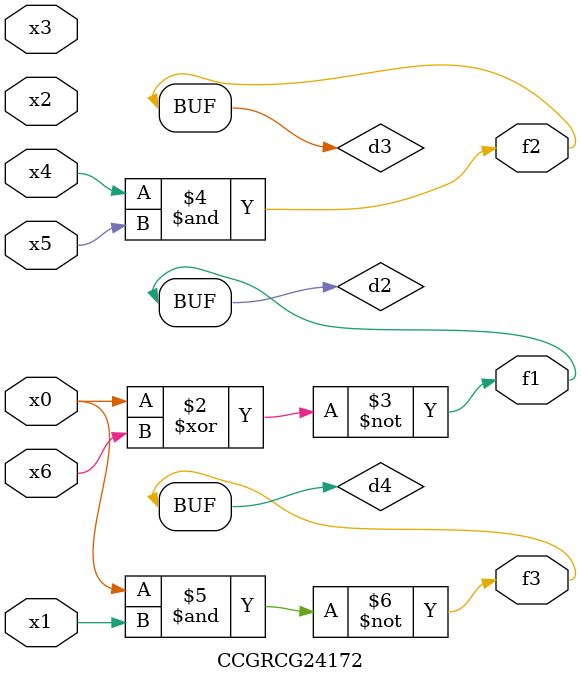
<source format=v>
module CCGRCG24172(
	input x0, x1, x2, x3, x4, x5, x6,
	output f1, f2, f3
);

	wire d1, d2, d3, d4;

	nor (d1, x0);
	xnor (d2, x0, x6);
	and (d3, x4, x5);
	nand (d4, x0, x1);
	assign f1 = d2;
	assign f2 = d3;
	assign f3 = d4;
endmodule

</source>
